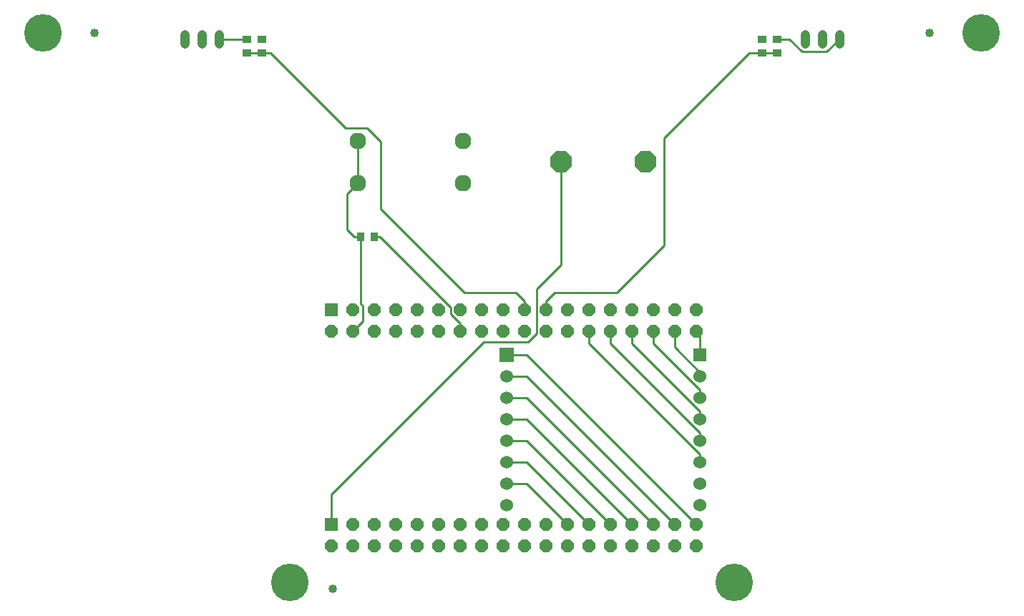
<source format=gbr>
G04 EAGLE Gerber RS-274X export*
G75*
%MOMM*%
%FSLAX34Y34*%
%LPD*%
%INTop Copper*%
%IPPOS*%
%AMOC8*
5,1,8,0,0,1.08239X$1,22.5*%
G01*
%ADD10R,1.031241X0.949959*%
%ADD11R,0.949959X1.031241*%
%ADD12C,1.960000*%
%ADD13P,2.749271X8X202.500000*%
%ADD14R,1.524000X1.524000*%
%ADD15P,1.649562X8X22.500000*%
%ADD16R,1.676400X1.676400*%
%ADD17C,1.524000*%
%ADD18C,4.445000*%
%ADD19C,1.016000*%
%ADD20C,1.120000*%
%ADD21C,0.254000*%


D10*
X294640Y662559D03*
X294640Y678561D03*
D11*
X411099Y444500D03*
X427101Y444500D03*
D10*
X276860Y662559D03*
X276860Y678561D03*
X886460Y662559D03*
X886460Y678561D03*
X904240Y662559D03*
X904240Y678561D03*
D12*
X532400Y558400D03*
X532400Y508400D03*
X407400Y508400D03*
X407400Y558400D03*
D13*
X748538Y533400D03*
X648462Y533400D03*
D14*
X376600Y358400D03*
D15*
X376600Y333000D03*
X402000Y358400D03*
X402000Y333000D03*
X427400Y358400D03*
X427400Y333000D03*
X452800Y358400D03*
X452800Y333000D03*
X478200Y358400D03*
X478200Y333000D03*
X503600Y358400D03*
X503600Y333000D03*
X529000Y358400D03*
X529000Y333000D03*
X554400Y358400D03*
X554400Y333000D03*
X579800Y358400D03*
X579800Y333000D03*
X605200Y358400D03*
X605200Y333000D03*
X630600Y358400D03*
X630600Y333000D03*
X656000Y358400D03*
X656000Y333000D03*
X681400Y358400D03*
X681400Y333000D03*
X706800Y358400D03*
X706800Y333000D03*
X732200Y358400D03*
X732200Y333000D03*
X757600Y358400D03*
X757600Y333000D03*
X783000Y358400D03*
X783000Y333000D03*
X808400Y358400D03*
X808400Y333000D03*
D14*
X376600Y104400D03*
D15*
X376600Y79000D03*
X402000Y104400D03*
X402000Y79000D03*
X427400Y104400D03*
X427400Y79000D03*
X452800Y104400D03*
X452800Y79000D03*
X478200Y104400D03*
X478200Y79000D03*
X503600Y104400D03*
X503600Y79000D03*
X529000Y104400D03*
X529000Y79000D03*
X554400Y104400D03*
X554400Y79000D03*
X579800Y104400D03*
X579800Y79000D03*
X605200Y104400D03*
X605200Y79000D03*
X630600Y104400D03*
X630600Y79000D03*
X656000Y104400D03*
X656000Y79000D03*
X681400Y104400D03*
X681400Y79000D03*
X706800Y104400D03*
X706800Y79000D03*
X732200Y104400D03*
X732200Y79000D03*
X757600Y104400D03*
X757600Y79000D03*
X783000Y104400D03*
X783000Y79000D03*
X808400Y104400D03*
X808400Y79000D03*
D16*
X584200Y304800D03*
D17*
X584200Y279400D03*
X584200Y254000D03*
X584200Y228600D03*
X584200Y203200D03*
X584200Y177800D03*
X584200Y152400D03*
X584200Y127000D03*
X812800Y127000D03*
X812800Y152400D03*
X812800Y177800D03*
X812800Y203200D03*
X812800Y228600D03*
X812800Y254000D03*
X812800Y279400D03*
D14*
X812800Y304800D03*
D18*
X327660Y35560D03*
X35560Y685800D03*
X1145540Y685800D03*
X853440Y35560D03*
D19*
X96520Y685800D03*
X1084580Y685800D03*
X378460Y27940D03*
D20*
X243245Y673055D02*
X243245Y684255D01*
X223245Y684255D02*
X223245Y673055D01*
X203245Y673055D02*
X203245Y684255D01*
X977305Y684255D02*
X977305Y673055D01*
X957305Y673055D02*
X957305Y684255D01*
X937305Y684255D02*
X937305Y673055D01*
D21*
X376600Y139960D02*
X376600Y104400D01*
X619170Y330318D02*
X619170Y382950D01*
X648081Y411861D02*
X648081Y533019D01*
X648081Y411861D02*
X619170Y382950D01*
X619170Y330318D02*
X608892Y320040D01*
X556680Y320040D02*
X376600Y139960D01*
X556680Y320040D02*
X608892Y320040D01*
X608000Y304800D02*
X808400Y104400D01*
X608000Y304800D02*
X584200Y304800D01*
X608000Y279400D02*
X783000Y104400D01*
X608000Y279400D02*
X584200Y279400D01*
X608000Y254000D02*
X757600Y104400D01*
X608000Y254000D02*
X584200Y254000D01*
X608000Y228600D02*
X732200Y104400D01*
X608000Y228600D02*
X584200Y228600D01*
X584200Y203200D02*
X608000Y203200D01*
X706800Y104400D01*
X681400Y104400D02*
X608000Y177800D01*
X584200Y177800D01*
X808400Y333000D02*
X812800Y328600D01*
X812800Y304800D01*
X812800Y284172D02*
X783000Y313972D01*
X783000Y333000D01*
X812800Y284172D02*
X812800Y279400D01*
X812800Y263236D02*
X757600Y318436D01*
X757600Y333000D01*
X812800Y263236D02*
X812800Y254000D01*
X732200Y318436D02*
X732200Y333000D01*
X732200Y318436D02*
X812800Y237836D01*
X812800Y228600D01*
X706800Y318436D02*
X706800Y333000D01*
X706800Y318436D02*
X812800Y212436D01*
X812800Y203200D01*
X812800Y187036D02*
X681400Y318436D01*
X681400Y333000D01*
X812800Y187036D02*
X812800Y177800D01*
X608000Y152400D02*
X584200Y152400D01*
X608000Y152400D02*
X656000Y104400D01*
X517570Y360595D02*
X433665Y444500D01*
X427101Y444500D01*
X529000Y342236D02*
X529000Y333000D01*
X529000Y342236D02*
X517570Y353666D01*
X517570Y360595D01*
X394700Y495700D02*
X407400Y508400D01*
X394700Y495700D02*
X394700Y453279D01*
X403479Y444500D02*
X411099Y444500D01*
X403479Y444500D02*
X394700Y453279D01*
X407400Y508400D02*
X407400Y558400D01*
X411099Y444500D02*
X411099Y442378D01*
X411099Y444500D02*
X411099Y365466D01*
X413430Y363135D01*
X413430Y344430D01*
X402000Y333000D01*
X276860Y678561D02*
X243339Y678561D01*
X243245Y678655D01*
X276860Y662559D02*
X294640Y662559D01*
X419009Y573659D02*
X435020Y557648D01*
X419009Y573659D02*
X393700Y573659D01*
X304800Y662559D01*
X294640Y662559D01*
X435020Y557648D02*
X435020Y477780D01*
X534080Y378720D02*
X595040Y378720D01*
X605200Y368560D02*
X605200Y358400D01*
X605200Y368560D02*
X595040Y378720D01*
X534080Y378720D02*
X435020Y477780D01*
X904240Y678561D02*
X918491Y678561D01*
X933407Y663645D01*
X962295Y663645D02*
X977305Y678655D01*
X962295Y663645D02*
X933407Y663645D01*
X904240Y662559D02*
X886460Y662559D01*
X640588Y378638D02*
X630600Y368650D01*
X630600Y358400D01*
X871220Y662559D02*
X886460Y662559D01*
X871220Y662559D02*
X770128Y561467D01*
X713918Y378638D02*
X640588Y378638D01*
X770128Y434848D02*
X770128Y561467D01*
X770128Y434848D02*
X713918Y378638D01*
M02*

</source>
